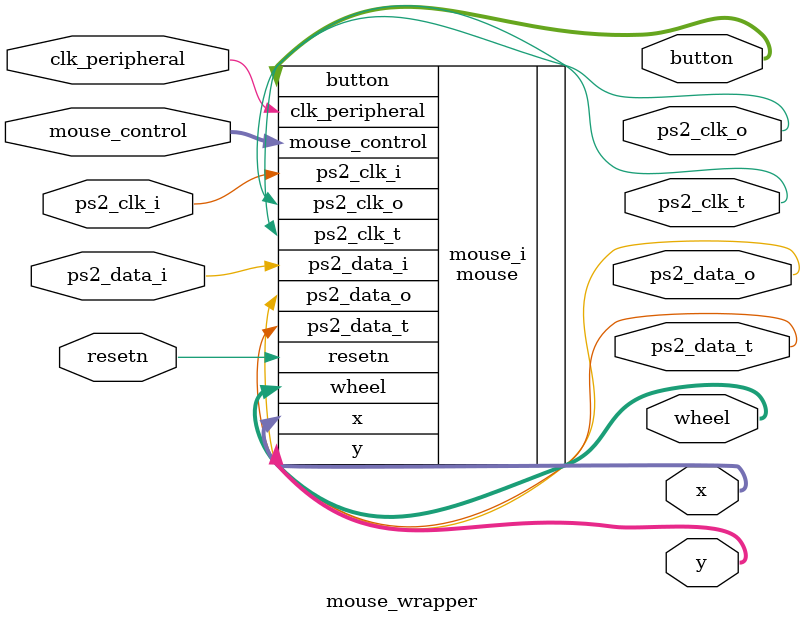
<source format=v>
`timescale 1 ps / 1 ps

module mouse_wrapper
   (button,
    clk_peripheral,
    mouse_control,
    ps2_clk_i,
    ps2_clk_o,
    ps2_clk_t,
    ps2_data_i,
    ps2_data_o,
    ps2_data_t,
    resetn,
    wheel,
    x,
    y);
  output [2:0]button;
  input clk_peripheral;
  input [2:0]mouse_control;
  input ps2_clk_i;
  output ps2_clk_o;
  output ps2_clk_t;
  input ps2_data_i;
  output ps2_data_o;
  output ps2_data_t;
  input resetn;
  output [3:0]wheel;
  output [7:0]x;
  output [7:0]y;

  wire [2:0]button;
  wire clk_peripheral;
  wire [2:0]mouse_control;
  wire ps2_clk_i;
  wire ps2_clk_o;
  wire ps2_clk_t;
  wire ps2_data_i;
  wire ps2_data_o;
  wire ps2_data_t;
  wire resetn;
  wire [3:0]wheel;
  wire [7:0]x;
  wire [7:0]y;

  mouse mouse_i
       (.button(button),
        .clk_peripheral(clk_peripheral),
        .mouse_control(mouse_control),
        .ps2_clk_i(ps2_clk_i),
        .ps2_clk_o(ps2_clk_o),
        .ps2_clk_t(ps2_clk_t),
        .ps2_data_i(ps2_data_i),
        .ps2_data_o(ps2_data_o),
        .ps2_data_t(ps2_data_t),
        .resetn(resetn),
        .wheel(wheel),
        .x(x),
        .y(y));
endmodule

</source>
